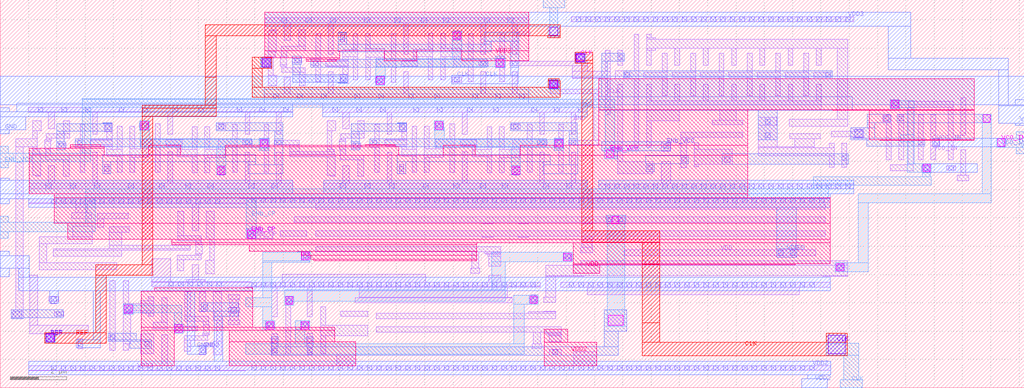
<source format=lef>
VERSION 5.7 ;
  NOWIREEXTENSIONATPIN ON ;
  DIVIDERCHAR "/" ;
  BUSBITCHARS "[]" ;
MACRO avsdpll
  CLASS BLOCK ;
  FOREIGN avsdpll ;
  ORIGIN 0.000 0.000 ;
  SIZE 36.180 BY 13.710 ;
  SITE unithddb1 ;
  PIN GND
    DIRECTION INOUT ;
    USE GROUND ;
    PORT
      LAYER li1 ;
        RECT 10.030 10.380 10.250 10.970 ;
        RECT 11.590 10.380 11.760 11.170 ;
        RECT 14.250 10.380 14.420 11.160 ;
        RECT 16.980 10.380 17.150 11.170 ;
        RECT 18.090 10.380 18.260 11.170 ;
        RECT 9.320 10.210 18.670 10.380 ;
        RECT 0.990 9.740 10.340 9.910 ;
        RECT 11.400 9.740 20.750 9.910 ;
        RECT 1.700 9.150 1.920 9.740 ;
        RECT 3.260 8.950 3.430 9.740 ;
        RECT 5.920 8.960 6.090 9.740 ;
        RECT 8.650 8.950 8.820 9.740 ;
        RECT 9.760 8.950 9.930 9.740 ;
        RECT 12.110 9.150 12.330 9.740 ;
        RECT 13.670 8.950 13.840 9.740 ;
        RECT 16.330 8.960 16.500 9.740 ;
        RECT 19.060 8.950 19.230 9.740 ;
        RECT 20.170 8.950 20.340 9.740 ;
      LAYER mcon ;
        RECT 9.670 10.210 9.840 10.380 ;
        RECT 10.510 10.210 10.680 10.380 ;
        RECT 11.350 10.210 11.520 10.380 ;
        RECT 12.530 10.210 12.700 10.380 ;
        RECT 13.370 10.210 13.540 10.380 ;
        RECT 14.430 10.210 14.600 10.380 ;
        RECT 15.350 10.210 15.520 10.380 ;
        RECT 16.700 10.210 16.870 10.380 ;
        RECT 17.500 10.210 17.670 10.380 ;
        RECT 18.340 10.210 18.510 10.380 ;
        RECT 1.340 9.740 1.510 9.910 ;
        RECT 2.180 9.740 2.350 9.910 ;
        RECT 3.020 9.740 3.190 9.910 ;
        RECT 4.200 9.740 4.370 9.910 ;
        RECT 5.040 9.740 5.210 9.910 ;
        RECT 6.100 9.740 6.270 9.910 ;
        RECT 7.020 9.740 7.190 9.910 ;
        RECT 8.370 9.740 8.540 9.910 ;
        RECT 9.170 9.740 9.340 9.910 ;
        RECT 10.010 9.740 10.180 9.910 ;
        RECT 11.750 9.740 11.920 9.910 ;
        RECT 12.590 9.740 12.760 9.910 ;
        RECT 13.430 9.740 13.600 9.910 ;
        RECT 14.610 9.740 14.780 9.910 ;
        RECT 15.450 9.740 15.620 9.910 ;
        RECT 16.510 9.740 16.680 9.910 ;
        RECT 17.430 9.740 17.600 9.910 ;
        RECT 18.780 9.740 18.950 9.910 ;
        RECT 19.580 9.740 19.750 9.910 ;
        RECT 20.420 9.740 20.590 9.910 ;
      LAYER met1 ;
        RECT 9.320 10.060 18.670 10.540 ;
        RECT 0.000 9.750 0.310 9.890 ;
        RECT 0.590 9.750 10.340 10.060 ;
        RECT 0.000 9.580 10.340 9.750 ;
        RECT 11.400 9.580 20.750 10.060 ;
        RECT 0.000 9.120 0.900 9.580 ;
        RECT 0.000 8.980 0.310 9.120 ;
    END
  END GND
  PIN VDD
    DIRECTION INOUT ;
    USE POWER ;
    PORT
      LAYER met1 ;
        RECT 0.000 10.000 36.180 11.000 ;
      LAYER nwell ;
        RECT 21.140 9.820 34.410 10.910 ;
        RECT 2.480 8.510 3.550 8.580 ;
        RECT 2.480 8.460 3.670 8.510 ;
        RECT 1.020 8.220 3.670 8.460 ;
        RECT 5.240 8.220 6.380 8.570 ;
        RECT 1.020 8.210 6.380 8.220 ;
        RECT 7.970 8.560 11.450 8.570 ;
        RECT 12.890 8.560 13.960 8.580 ;
        RECT 21.140 8.570 26.420 9.820 ;
        RECT 29.420 9.810 34.410 9.820 ;
        RECT 30.710 8.760 34.410 9.810 ;
        RECT 31.070 8.750 34.410 8.760 ;
        RECT 7.970 8.510 13.960 8.560 ;
        RECT 7.970 8.220 14.080 8.510 ;
        RECT 15.650 8.220 16.790 8.570 ;
        RECT 7.970 8.210 16.790 8.220 ;
        RECT 18.380 8.210 26.420 8.570 ;
        RECT 1.020 6.860 26.420 8.210 ;
        RECT 1.900 6.720 26.420 6.860 ;
        RECT 1.900 5.810 29.330 6.720 ;
        RECT 2.380 5.250 29.330 5.810 ;
        RECT 6.060 5.130 29.330 5.250 ;
        RECT 6.060 5.060 16.830 5.130 ;
        RECT 8.790 4.820 16.830 5.060 ;
        RECT 10.630 4.690 16.830 4.820 ;
        RECT 10.970 4.540 16.830 4.690 ;
        RECT 11.080 4.490 16.830 4.540 ;
        RECT 20.250 4.390 29.330 5.130 ;
        RECT 20.250 4.350 28.090 4.390 ;
        RECT 20.250 4.340 21.550 4.350 ;
        RECT 20.250 4.040 21.180 4.340 ;
      LAYER li1 ;
        RECT 33.940 8.930 34.110 10.240 ;
        RECT 1.700 7.230 1.930 7.840 ;
        RECT 3.260 7.230 3.430 8.330 ;
        RECT 5.920 7.230 6.090 8.340 ;
        RECT 8.650 7.230 8.820 8.330 ;
        RECT 9.760 7.230 9.930 8.330 ;
        RECT 12.110 7.230 12.340 7.840 ;
        RECT 13.670 7.230 13.840 8.330 ;
        RECT 16.330 7.230 16.500 8.340 ;
        RECT 19.060 7.230 19.230 8.330 ;
        RECT 20.170 7.230 20.340 8.330 ;
        RECT 1.020 7.040 10.340 7.230 ;
        RECT 11.430 7.040 20.750 7.230 ;
        RECT 23.360 7.210 23.700 7.990 ;
        RECT 21.140 7.040 30.160 7.210 ;
        RECT 8.470 6.680 29.330 6.700 ;
        RECT 1.010 6.530 29.330 6.680 ;
        RECT 1.010 6.510 8.680 6.530 ;
        RECT 2.660 6.180 3.080 6.510 ;
        RECT 2.520 5.970 3.230 6.180 ;
        RECT 6.780 5.540 7.010 6.510 ;
        RECT 11.150 6.310 29.150 6.530 ;
        RECT 22.050 4.660 28.820 4.870 ;
      LAYER mcon ;
        RECT 1.610 7.040 1.800 7.230 ;
        RECT 2.470 7.040 2.660 7.230 ;
        RECT 3.330 7.040 3.520 7.230 ;
        RECT 4.530 7.040 4.720 7.230 ;
        RECT 5.610 7.040 5.800 7.230 ;
        RECT 6.550 7.040 6.740 7.230 ;
        RECT 7.330 7.040 7.520 7.230 ;
        RECT 8.780 7.040 8.970 7.230 ;
        RECT 9.600 7.040 9.790 7.230 ;
        RECT 12.020 7.040 12.210 7.230 ;
        RECT 12.880 7.040 13.070 7.230 ;
        RECT 13.740 7.040 13.930 7.230 ;
        RECT 14.940 7.040 15.130 7.230 ;
        RECT 16.020 7.040 16.210 7.230 ;
        RECT 16.960 7.040 17.150 7.230 ;
        RECT 17.740 7.040 17.930 7.230 ;
        RECT 19.190 7.040 19.380 7.230 ;
        RECT 20.010 7.040 20.200 7.230 ;
        RECT 21.370 7.040 21.540 7.210 ;
        RECT 21.710 7.040 21.880 7.210 ;
        RECT 22.050 7.040 22.220 7.210 ;
        RECT 22.390 7.040 22.560 7.210 ;
        RECT 22.730 7.040 22.900 7.210 ;
        RECT 23.070 7.040 23.240 7.210 ;
        RECT 23.410 7.040 23.580 7.210 ;
        RECT 23.750 7.040 23.920 7.210 ;
        RECT 24.090 7.040 24.260 7.210 ;
        RECT 24.430 7.040 24.600 7.210 ;
        RECT 24.770 7.040 24.940 7.210 ;
        RECT 25.110 7.040 25.280 7.210 ;
        RECT 25.450 7.040 25.620 7.210 ;
        RECT 25.790 7.040 25.960 7.210 ;
        RECT 26.130 7.040 26.300 7.210 ;
        RECT 26.470 7.040 26.640 7.210 ;
        RECT 26.810 7.040 26.980 7.210 ;
        RECT 27.150 7.040 27.320 7.210 ;
        RECT 27.490 7.040 27.660 7.210 ;
        RECT 27.830 7.040 28.000 7.210 ;
        RECT 28.170 7.040 28.340 7.210 ;
        RECT 28.510 7.040 28.680 7.210 ;
        RECT 28.850 7.040 29.020 7.210 ;
        RECT 29.190 7.040 29.360 7.210 ;
        RECT 29.530 7.040 29.700 7.210 ;
        RECT 29.870 7.040 30.040 7.210 ;
        RECT 1.810 6.510 1.980 6.680 ;
        RECT 2.150 6.510 2.320 6.680 ;
        RECT 2.490 6.510 2.660 6.680 ;
        RECT 2.830 6.510 3.000 6.680 ;
        RECT 3.170 6.510 3.340 6.680 ;
        RECT 3.510 6.510 3.680 6.680 ;
        RECT 3.850 6.510 4.020 6.680 ;
        RECT 4.190 6.510 4.360 6.680 ;
        RECT 4.530 6.510 4.700 6.680 ;
        RECT 4.870 6.510 5.040 6.680 ;
        RECT 5.210 6.510 5.380 6.680 ;
        RECT 5.550 6.510 5.720 6.680 ;
        RECT 5.890 6.510 6.060 6.680 ;
        RECT 6.230 6.510 6.400 6.680 ;
        RECT 6.570 6.510 6.740 6.680 ;
        RECT 6.910 6.510 7.080 6.680 ;
        RECT 7.250 6.510 7.420 6.680 ;
        RECT 7.590 6.510 7.760 6.680 ;
        RECT 8.880 6.530 9.050 6.700 ;
        RECT 9.220 6.530 9.390 6.700 ;
        RECT 9.560 6.530 9.730 6.700 ;
        RECT 9.900 6.530 10.070 6.700 ;
        RECT 10.240 6.530 10.410 6.700 ;
        RECT 10.580 6.530 10.750 6.700 ;
        RECT 10.920 6.530 11.090 6.700 ;
        RECT 11.260 6.530 11.430 6.700 ;
        RECT 11.600 6.530 11.770 6.700 ;
        RECT 11.940 6.530 12.110 6.700 ;
        RECT 12.280 6.530 12.450 6.700 ;
        RECT 12.620 6.530 12.790 6.700 ;
        RECT 12.960 6.530 13.130 6.700 ;
        RECT 13.300 6.530 13.470 6.700 ;
        RECT 13.640 6.530 13.810 6.700 ;
        RECT 13.980 6.530 14.150 6.700 ;
        RECT 14.320 6.530 14.490 6.700 ;
        RECT 14.660 6.530 14.830 6.700 ;
        RECT 15.000 6.530 15.170 6.700 ;
        RECT 15.340 6.530 15.510 6.700 ;
        RECT 15.680 6.530 15.850 6.700 ;
        RECT 16.020 6.530 16.190 6.700 ;
        RECT 16.360 6.530 16.530 6.700 ;
        RECT 16.700 6.530 16.870 6.700 ;
        RECT 17.040 6.530 17.210 6.700 ;
        RECT 17.380 6.530 17.550 6.700 ;
        RECT 17.720 6.530 17.890 6.700 ;
        RECT 18.060 6.530 18.230 6.700 ;
        RECT 18.400 6.530 18.570 6.700 ;
        RECT 18.740 6.530 18.910 6.700 ;
        RECT 19.080 6.530 19.250 6.700 ;
        RECT 19.420 6.530 19.590 6.700 ;
        RECT 19.760 6.530 19.930 6.700 ;
        RECT 20.100 6.530 20.270 6.700 ;
        RECT 20.440 6.530 20.610 6.700 ;
        RECT 20.780 6.530 20.950 6.700 ;
        RECT 21.120 6.530 21.290 6.700 ;
        RECT 21.460 6.530 21.630 6.700 ;
        RECT 21.800 6.530 21.970 6.700 ;
        RECT 22.140 6.530 22.310 6.700 ;
        RECT 22.480 6.530 22.650 6.700 ;
        RECT 22.820 6.530 22.990 6.700 ;
        RECT 23.160 6.530 23.330 6.700 ;
        RECT 23.500 6.530 23.670 6.700 ;
        RECT 23.840 6.530 24.010 6.700 ;
        RECT 24.180 6.530 24.350 6.700 ;
        RECT 24.520 6.530 24.690 6.700 ;
        RECT 24.860 6.530 25.030 6.700 ;
        RECT 25.200 6.530 25.370 6.700 ;
        RECT 25.540 6.530 25.710 6.700 ;
        RECT 25.880 6.530 26.050 6.700 ;
        RECT 26.220 6.530 26.390 6.700 ;
        RECT 26.560 6.530 26.730 6.700 ;
        RECT 26.900 6.530 27.070 6.700 ;
        RECT 27.240 6.530 27.410 6.700 ;
        RECT 27.580 6.530 27.750 6.700 ;
        RECT 27.920 6.530 28.090 6.700 ;
        RECT 28.260 6.530 28.430 6.700 ;
        RECT 28.600 6.530 28.770 6.700 ;
        RECT 28.940 6.530 29.110 6.700 ;
        RECT 27.490 4.680 27.660 4.850 ;
        RECT 27.920 4.680 28.090 4.850 ;
      LAYER met1 ;
        RECT 0.000 7.340 0.310 7.410 ;
        RECT 0.000 6.860 10.340 7.340 ;
        RECT 11.430 7.030 20.750 7.340 ;
        RECT 21.140 7.030 30.160 7.340 ;
        RECT 11.430 6.860 30.160 7.030 ;
        RECT 0.000 6.670 29.330 6.860 ;
        RECT 0.000 6.500 0.320 6.670 ;
        RECT 1.010 6.380 29.330 6.670 ;
        RECT 27.430 4.920 28.130 6.380 ;
        RECT 27.430 4.620 28.150 4.920 ;
    END
  END VDD
  PIN ENb_CP
    DIRECTION INPUT ;
    USE SIGNAL ;
    ANTENNAGATEAREA 3.024000 ;
    PORT
      LAYER li1 ;
        RECT 31.440 9.940 31.770 10.110 ;
        RECT 32.570 7.660 32.900 7.870 ;
        RECT 33.440 7.680 33.770 7.850 ;
        RECT 8.740 5.520 9.100 5.610 ;
        RECT 8.740 5.510 9.610 5.520 ;
        RECT 8.740 5.270 9.630 5.510 ;
        RECT 8.740 5.260 9.610 5.270 ;
        RECT 8.740 5.250 9.100 5.260 ;
      LAYER mcon ;
        RECT 31.520 9.940 31.690 10.110 ;
        RECT 32.650 7.680 32.820 7.850 ;
        RECT 33.520 7.680 33.690 7.850 ;
        RECT 8.770 5.340 8.940 5.510 ;
      LAYER met1 ;
        RECT 31.450 9.860 31.770 10.180 ;
        RECT 32.580 7.910 32.900 7.920 ;
        RECT 32.580 7.610 34.530 7.910 ;
        RECT 32.580 7.600 32.900 7.610 ;
        RECT 8.690 5.250 9.040 5.610 ;
      LAYER via ;
        RECT 31.480 9.890 31.740 10.150 ;
        RECT 32.610 7.630 32.870 7.890 ;
        RECT 8.720 5.280 9.010 5.570 ;
      LAYER met2 ;
        RECT 31.450 10.140 31.770 10.180 ;
        RECT 31.450 9.890 32.300 10.140 ;
        RECT 31.450 9.860 31.770 9.890 ;
        RECT 32.050 8.940 32.300 9.890 ;
        RECT 31.820 8.700 32.300 8.940 ;
        RECT 32.050 7.910 32.300 8.700 ;
        RECT 32.580 7.910 32.900 7.920 ;
        RECT 32.050 7.610 32.900 7.910 ;
        RECT 32.580 7.600 32.900 7.610 ;
        RECT 32.590 7.450 32.870 7.600 ;
        RECT 28.720 7.150 32.890 7.450 ;
        RECT 28.720 7.030 29.250 7.150 ;
        RECT 3.020 6.710 29.250 7.030 ;
        RECT 0.000 5.840 0.280 6.060 ;
        RECT 3.020 5.840 3.350 6.710 ;
        RECT 0.000 5.520 3.350 5.840 ;
        RECT 0.000 5.290 0.280 5.520 ;
        RECT 8.690 5.250 9.040 6.710 ;
    END
  END ENb_CP
  PIN CLK
    DIRECTION OUTPUT ;
    USE SIGNAL ;
    ANTENNAGATEAREA 0.351000 ;
    ANTENNADIFFAREA 0.469800 ;
    PORT
      LAYER li1 ;
        RECT 12.010 12.220 12.180 12.560 ;
        RECT 20.300 11.770 20.680 11.850 ;
        RECT 20.300 11.540 20.690 11.770 ;
        RECT 18.010 11.370 20.760 11.540 ;
        RECT 20.210 11.180 20.760 11.370 ;
        RECT 21.380 11.180 21.550 11.930 ;
        RECT 15.970 10.800 16.300 10.980 ;
        RECT 20.210 10.950 21.550 11.180 ;
        RECT 20.210 10.940 21.210 10.950 ;
        RECT 21.380 9.650 21.550 10.950 ;
      LAYER mcon ;
        RECT 12.010 12.300 12.180 12.470 ;
        RECT 20.420 11.570 20.590 11.740 ;
        RECT 18.090 11.370 18.260 11.540 ;
        RECT 16.050 10.810 16.220 10.980 ;
      LAYER met1 ;
        RECT 11.950 12.550 12.230 12.560 ;
        RECT 11.950 12.130 12.240 12.550 ;
        RECT 17.100 12.240 18.320 12.560 ;
        RECT 17.100 12.130 17.350 12.240 ;
        RECT 11.950 11.880 17.350 12.130 ;
        RECT 18.030 11.330 18.320 12.240 ;
        RECT 20.340 11.500 20.660 11.820 ;
        RECT 18.030 11.040 18.310 11.330 ;
        RECT 15.960 10.750 18.310 11.040 ;
      LAYER via ;
        RECT 20.370 11.530 20.630 11.790 ;
      LAYER met2 ;
        RECT 20.310 11.470 20.690 11.850 ;
        RECT 29.190 1.570 29.920 1.920 ;
        RECT 29.190 1.140 30.340 1.570 ;
        RECT 29.810 0.280 30.340 1.140 ;
        RECT 29.690 0.000 30.460 0.280 ;
      LAYER via2 ;
        RECT 20.360 11.520 20.640 11.800 ;
        RECT 29.250 1.200 29.850 1.860 ;
      LAYER met3 ;
        RECT 20.310 11.570 20.930 11.850 ;
        RECT 20.310 11.470 20.940 11.570 ;
        RECT 20.550 5.550 20.940 11.470 ;
        RECT 20.550 5.540 22.930 5.550 ;
        RECT 20.550 5.140 23.300 5.540 ;
        RECT 22.680 4.370 23.300 5.140 ;
        RECT 22.680 2.300 23.310 4.370 ;
        RECT 22.690 1.610 23.310 2.300 ;
        RECT 29.190 1.610 29.920 1.920 ;
        RECT 22.690 1.130 29.920 1.610 ;
    END
  END CLK
  PIN ENb_VCO
    DIRECTION INPUT ;
    USE SIGNAL ;
    ANTENNAGATEAREA 0.063000 ;
    PORT
      LAYER li1 ;
        RECT 23.350 8.360 23.700 8.700 ;
      LAYER mcon ;
        RECT 23.440 8.460 23.610 8.630 ;
      LAYER met1 ;
        RECT 21.260 8.380 23.670 8.690 ;
        RECT 21.360 8.100 21.800 8.380 ;
      LAYER via ;
        RECT 21.410 8.150 21.670 8.410 ;
      LAYER met2 ;
        RECT 2.890 10.200 19.740 10.210 ;
        RECT 2.890 9.920 21.720 10.200 ;
        RECT 0.000 8.280 0.280 8.540 ;
        RECT 2.890 8.280 3.200 9.920 ;
        RECT 18.040 9.910 21.720 9.920 ;
        RECT 21.380 8.460 21.720 9.910 ;
        RECT 0.000 7.990 3.200 8.280 ;
        RECT 21.360 8.090 21.720 8.460 ;
        RECT 0.000 7.770 0.280 7.990 ;
    END
  END ENb_VCO
  PIN GND2
    DIRECTION INOUT ;
    USE GROUND ;
    PORT
      LAYER li1 ;
        RECT 5.350 3.750 6.020 4.560 ;
        RECT 6.790 3.820 7.010 4.340 ;
        RECT 6.570 3.750 7.240 3.820 ;
        RECT 5.350 3.730 8.850 3.750 ;
        RECT 9.970 3.730 15.040 4.010 ;
        RECT 17.270 3.730 17.690 3.980 ;
        RECT 5.350 3.580 19.080 3.730 ;
        RECT 8.680 3.560 19.080 3.580 ;
        RECT 19.810 3.560 29.330 3.730 ;
        RECT 1.790 3.220 2.000 3.240 ;
        RECT 1.710 3.050 2.070 3.220 ;
        RECT 1.790 2.970 2.000 3.050 ;
        RECT 9.600 2.500 9.790 3.560 ;
        RECT 10.840 2.500 11.030 3.560 ;
        RECT 12.680 3.190 17.920 3.560 ;
        RECT 20.750 3.280 28.240 3.560 ;
        RECT 12.680 3.180 18.090 3.190 ;
        RECT 12.550 3.010 18.090 3.180 ;
        RECT 13.290 3.000 18.090 3.010 ;
        RECT 2.740 1.380 2.920 1.740 ;
        RECT 7.040 1.160 7.260 1.490 ;
      LAYER mcon ;
        RECT 5.950 3.580 6.120 3.750 ;
        RECT 6.290 3.580 6.460 3.750 ;
        RECT 6.630 3.580 6.800 3.750 ;
        RECT 6.970 3.580 7.140 3.750 ;
        RECT 7.310 3.580 7.480 3.750 ;
        RECT 7.650 3.580 7.820 3.750 ;
        RECT 8.880 3.560 9.050 3.730 ;
        RECT 9.220 3.560 9.390 3.730 ;
        RECT 9.560 3.560 9.730 3.730 ;
        RECT 9.900 3.560 10.070 3.730 ;
        RECT 10.240 3.560 10.410 3.730 ;
        RECT 10.580 3.560 10.750 3.730 ;
        RECT 10.920 3.560 11.090 3.730 ;
        RECT 11.260 3.560 11.430 3.730 ;
        RECT 11.600 3.560 11.770 3.730 ;
        RECT 11.940 3.560 12.110 3.730 ;
        RECT 12.280 3.560 12.450 3.730 ;
        RECT 12.620 3.560 12.790 3.730 ;
        RECT 12.960 3.560 13.130 3.730 ;
        RECT 13.300 3.560 13.470 3.730 ;
        RECT 13.640 3.560 13.810 3.730 ;
        RECT 13.980 3.560 14.150 3.730 ;
        RECT 14.320 3.560 14.490 3.730 ;
        RECT 14.660 3.560 14.830 3.730 ;
        RECT 15.000 3.560 15.170 3.730 ;
        RECT 15.340 3.560 15.510 3.730 ;
        RECT 15.680 3.560 15.850 3.730 ;
        RECT 16.020 3.560 16.190 3.730 ;
        RECT 16.360 3.560 16.530 3.730 ;
        RECT 16.700 3.560 16.870 3.730 ;
        RECT 17.040 3.560 17.210 3.730 ;
        RECT 17.380 3.560 17.550 3.730 ;
        RECT 17.720 3.560 17.890 3.730 ;
        RECT 18.060 3.560 18.230 3.730 ;
        RECT 18.400 3.560 18.570 3.730 ;
        RECT 18.740 3.560 18.910 3.730 ;
        RECT 20.100 3.560 20.270 3.730 ;
        RECT 20.440 3.560 20.610 3.730 ;
        RECT 20.780 3.560 20.950 3.730 ;
        RECT 21.120 3.560 21.290 3.730 ;
        RECT 21.460 3.560 21.630 3.730 ;
        RECT 21.800 3.560 21.970 3.730 ;
        RECT 22.140 3.560 22.310 3.730 ;
        RECT 22.480 3.560 22.650 3.730 ;
        RECT 22.820 3.560 22.990 3.730 ;
        RECT 23.160 3.560 23.330 3.730 ;
        RECT 23.500 3.560 23.670 3.730 ;
        RECT 23.840 3.560 24.010 3.730 ;
        RECT 24.180 3.560 24.350 3.730 ;
        RECT 24.520 3.560 24.690 3.730 ;
        RECT 24.860 3.560 25.030 3.730 ;
        RECT 25.200 3.560 25.370 3.730 ;
        RECT 25.540 3.560 25.710 3.730 ;
        RECT 25.880 3.560 26.050 3.730 ;
        RECT 26.220 3.560 26.390 3.730 ;
        RECT 26.560 3.560 26.730 3.730 ;
        RECT 26.900 3.560 27.070 3.730 ;
        RECT 27.240 3.560 27.410 3.730 ;
        RECT 27.580 3.560 27.750 3.730 ;
        RECT 27.920 3.560 28.090 3.730 ;
        RECT 28.260 3.560 28.430 3.730 ;
        RECT 28.600 3.560 28.770 3.730 ;
        RECT 1.810 3.050 1.980 3.220 ;
        RECT 2.750 1.470 2.920 1.640 ;
        RECT 7.080 1.240 7.250 1.410 ;
      LAYER met1 ;
        RECT 0.000 4.660 0.310 4.830 ;
        RECT 0.000 4.230 1.020 4.660 ;
        RECT 0.000 3.920 0.310 4.230 ;
        RECT 0.650 3.900 1.020 4.230 ;
        RECT 0.650 3.420 29.330 3.900 ;
        RECT 1.750 2.990 2.050 3.420 ;
        RECT 3.290 1.700 3.530 3.420 ;
        RECT 2.690 1.410 3.530 1.700 ;
        RECT 6.610 1.470 6.880 3.420 ;
        RECT 6.610 1.180 7.280 1.470 ;
    END
  END GND2
  PIN VDD2
    DIRECTION INOUT ;
    USE POWER ;
    PORT
      LAYER nwell ;
        RECT 7.780 3.530 8.930 3.540 ;
        RECT 5.440 3.410 8.930 3.530 ;
        RECT 4.980 2.140 8.930 3.410 ;
        RECT 4.980 2.030 11.820 2.140 ;
        RECT 4.980 0.770 6.150 2.030 ;
        RECT 8.090 1.630 11.820 2.030 ;
        RECT 8.090 0.780 12.570 1.630 ;
        RECT 19.220 1.610 20.060 2.060 ;
        RECT 19.220 0.770 21.080 1.610 ;
      LAYER li1 ;
        RECT 7.030 3.000 7.260 3.390 ;
        RECT 8.050 3.120 8.460 3.290 ;
        RECT 7.030 2.710 7.340 3.000 ;
        RECT 8.110 2.830 8.410 3.120 ;
        RECT 7.030 2.690 7.260 2.710 ;
        RECT 8.050 2.660 8.460 2.830 ;
        RECT 8.110 2.390 8.410 2.660 ;
        RECT 8.050 2.220 8.460 2.390 ;
        RECT 5.700 0.770 5.910 1.880 ;
        RECT 11.890 0.780 12.570 1.190 ;
        RECT 20.270 0.780 21.080 1.280 ;
        RECT 8.470 0.770 29.340 0.780 ;
        RECT 1.010 0.610 29.340 0.770 ;
        RECT 1.010 0.600 8.680 0.610 ;
      LAYER mcon ;
        RECT 7.170 2.770 7.340 2.940 ;
        RECT 8.150 2.640 8.360 2.850 ;
        RECT 1.810 0.600 1.980 0.770 ;
        RECT 2.150 0.600 2.320 0.770 ;
        RECT 2.490 0.600 2.660 0.770 ;
        RECT 2.830 0.600 3.000 0.770 ;
        RECT 3.170 0.600 3.340 0.770 ;
        RECT 3.510 0.600 3.680 0.770 ;
        RECT 3.850 0.600 4.020 0.770 ;
        RECT 4.190 0.600 4.360 0.770 ;
        RECT 4.530 0.600 4.700 0.770 ;
        RECT 4.870 0.600 5.040 0.770 ;
        RECT 5.210 0.600 5.380 0.770 ;
        RECT 5.550 0.600 5.720 0.770 ;
        RECT 5.890 0.600 6.060 0.770 ;
        RECT 6.230 0.600 6.400 0.770 ;
        RECT 6.570 0.600 6.740 0.770 ;
        RECT 6.910 0.600 7.080 0.770 ;
        RECT 7.250 0.600 7.420 0.770 ;
        RECT 7.590 0.600 7.760 0.770 ;
        RECT 8.880 0.610 9.050 0.780 ;
        RECT 9.220 0.610 9.390 0.780 ;
        RECT 9.560 0.610 9.730 0.780 ;
        RECT 9.900 0.610 10.070 0.780 ;
        RECT 10.240 0.610 10.410 0.780 ;
        RECT 10.580 0.610 10.750 0.780 ;
        RECT 10.920 0.610 11.090 0.780 ;
        RECT 11.260 0.610 11.430 0.780 ;
        RECT 11.600 0.610 11.770 0.780 ;
        RECT 11.940 0.610 12.110 0.780 ;
        RECT 12.280 0.610 12.450 0.780 ;
        RECT 12.620 0.610 12.790 0.780 ;
        RECT 12.960 0.610 13.130 0.780 ;
        RECT 13.300 0.610 13.470 0.780 ;
        RECT 13.640 0.610 13.810 0.780 ;
        RECT 13.980 0.610 14.150 0.780 ;
        RECT 14.320 0.610 14.490 0.780 ;
        RECT 14.660 0.610 14.830 0.780 ;
        RECT 15.000 0.610 15.170 0.780 ;
        RECT 15.340 0.610 15.510 0.780 ;
        RECT 15.680 0.610 15.850 0.780 ;
        RECT 16.020 0.610 16.190 0.780 ;
        RECT 16.360 0.610 16.530 0.780 ;
        RECT 16.700 0.610 16.870 0.780 ;
        RECT 17.040 0.610 17.210 0.780 ;
        RECT 17.380 0.610 17.550 0.780 ;
        RECT 17.720 0.610 17.890 0.780 ;
        RECT 18.060 0.610 18.230 0.780 ;
        RECT 18.400 0.610 18.570 0.780 ;
        RECT 18.740 0.610 18.910 0.780 ;
        RECT 19.080 0.610 19.250 0.780 ;
        RECT 19.420 0.610 19.590 0.780 ;
        RECT 19.760 0.610 19.930 0.780 ;
        RECT 20.100 0.610 20.270 0.780 ;
        RECT 20.440 0.610 20.610 0.780 ;
        RECT 20.780 0.610 20.950 0.780 ;
        RECT 21.120 0.610 21.290 0.780 ;
        RECT 21.460 0.610 21.630 0.780 ;
        RECT 21.800 0.610 21.970 0.780 ;
        RECT 22.140 0.610 22.310 0.780 ;
        RECT 22.480 0.610 22.650 0.780 ;
        RECT 22.820 0.610 22.990 0.780 ;
        RECT 23.160 0.610 23.330 0.780 ;
        RECT 23.500 0.610 23.670 0.780 ;
        RECT 23.840 0.610 24.010 0.780 ;
        RECT 24.180 0.610 24.350 0.780 ;
        RECT 24.520 0.610 24.690 0.780 ;
        RECT 24.860 0.610 25.030 0.780 ;
        RECT 25.200 0.610 25.370 0.780 ;
        RECT 25.540 0.610 25.710 0.780 ;
        RECT 25.880 0.610 26.050 0.780 ;
        RECT 26.220 0.610 26.390 0.780 ;
        RECT 26.560 0.610 26.730 0.780 ;
        RECT 26.900 0.610 27.070 0.780 ;
        RECT 27.240 0.610 27.410 0.780 ;
        RECT 27.580 0.610 27.750 0.780 ;
        RECT 27.920 0.610 28.090 0.780 ;
        RECT 28.260 0.610 28.430 0.780 ;
        RECT 28.600 0.610 28.770 0.780 ;
      LAYER met1 ;
        RECT 7.110 2.710 8.420 3.000 ;
        RECT 7.570 2.530 8.420 2.710 ;
        RECT 7.570 0.940 7.870 2.530 ;
        RECT 1.010 0.460 29.340 0.940 ;
        RECT 28.530 0.310 29.040 0.460 ;
        RECT 28.320 0.000 29.230 0.310 ;
    END
  END VDD2
  PIN VCO_IN
    DIRECTION INPUT ;
    USE SIGNAL ;
    ANTENNADIFFAREA 0.313200 ;
    PORT
      LAYER li1 ;
        RECT 32.880 8.800 33.050 9.650 ;
        RECT 32.880 8.530 33.200 8.800 ;
        RECT 32.880 8.050 33.050 8.530 ;
      LAYER mcon ;
        RECT 33.010 8.570 33.180 8.740 ;
      LAYER met1 ;
        RECT 35.210 8.810 35.530 8.820 ;
        RECT 32.950 8.510 35.530 8.810 ;
        RECT 35.210 8.500 35.530 8.510 ;
      LAYER via ;
        RECT 35.240 8.530 35.500 8.790 ;
      LAYER met2 ;
        RECT 35.900 8.820 36.180 9.040 ;
        RECT 35.210 8.500 36.180 8.820 ;
        RECT 35.900 8.270 36.180 8.500 ;
    END
  END VCO_IN
  PIN VDD3
    DIRECTION INOUT ;
    USE POWER ;
    PORT
      LAYER nwell ;
        RECT 9.350 11.910 18.670 13.260 ;
        RECT 9.350 11.900 14.710 11.910 ;
        RECT 9.350 11.660 12.000 11.900 ;
        RECT 10.810 11.610 12.000 11.660 ;
        RECT 10.810 11.540 11.880 11.610 ;
        RECT 13.570 11.550 14.710 11.900 ;
        RECT 16.300 11.550 18.670 11.910 ;
      LAYER li1 ;
        RECT 9.350 12.890 18.670 13.080 ;
        RECT 20.180 12.940 30.160 13.110 ;
        RECT 10.030 12.280 10.260 12.890 ;
        RECT 11.590 11.790 11.760 12.890 ;
        RECT 14.250 11.780 14.420 12.890 ;
        RECT 16.980 11.790 17.150 12.890 ;
        RECT 18.090 11.790 18.260 12.890 ;
      LAYER mcon ;
        RECT 9.940 12.890 10.130 13.080 ;
        RECT 10.800 12.890 10.990 13.080 ;
        RECT 11.660 12.890 11.850 13.080 ;
        RECT 12.860 12.890 13.050 13.080 ;
        RECT 13.940 12.890 14.130 13.080 ;
        RECT 14.880 12.890 15.070 13.080 ;
        RECT 15.660 12.890 15.850 13.080 ;
        RECT 17.110 12.890 17.300 13.080 ;
        RECT 17.930 12.890 18.120 13.080 ;
        RECT 20.350 12.940 20.520 13.110 ;
        RECT 20.690 12.940 20.860 13.110 ;
        RECT 21.030 12.940 21.200 13.110 ;
        RECT 21.370 12.940 21.540 13.110 ;
        RECT 21.710 12.940 21.880 13.110 ;
        RECT 22.050 12.940 22.220 13.110 ;
        RECT 22.390 12.940 22.560 13.110 ;
        RECT 22.730 12.940 22.900 13.110 ;
        RECT 23.070 12.940 23.240 13.110 ;
        RECT 23.410 12.940 23.580 13.110 ;
        RECT 23.750 12.940 23.920 13.110 ;
        RECT 24.090 12.940 24.260 13.110 ;
        RECT 24.430 12.940 24.600 13.110 ;
        RECT 24.770 12.940 24.940 13.110 ;
        RECT 25.110 12.940 25.280 13.110 ;
        RECT 25.450 12.940 25.620 13.110 ;
        RECT 25.790 12.940 25.960 13.110 ;
        RECT 26.130 12.940 26.300 13.110 ;
        RECT 26.470 12.940 26.640 13.110 ;
        RECT 26.810 12.940 26.980 13.110 ;
        RECT 27.150 12.940 27.320 13.110 ;
        RECT 27.490 12.940 27.660 13.110 ;
        RECT 27.830 12.940 28.000 13.110 ;
        RECT 28.170 12.940 28.340 13.110 ;
        RECT 28.510 12.940 28.680 13.110 ;
        RECT 28.850 12.940 29.020 13.110 ;
        RECT 29.190 12.940 29.360 13.110 ;
        RECT 29.530 12.940 29.700 13.110 ;
        RECT 29.870 12.940 30.040 13.110 ;
      LAYER met1 ;
        RECT 18.420 13.260 21.630 13.270 ;
        RECT 9.350 12.780 32.170 13.260 ;
        RECT 31.380 11.650 32.170 12.780 ;
        RECT 31.380 11.640 35.600 11.650 ;
        RECT 31.380 11.240 35.620 11.640 ;
        RECT 31.380 11.230 35.130 11.240 ;
        RECT 35.280 9.960 35.620 11.240 ;
        RECT 35.870 9.960 36.180 10.180 ;
        RECT 35.280 9.340 36.180 9.960 ;
        RECT 35.870 9.270 36.180 9.340 ;
    END
  END VDD3
  PIN REF
    DIRECTION INPUT ;
    USE SIGNAL ;
    ANTENNAGATEAREA 0.879000 ;
    ANTENNADIFFAREA 0.214500 ;
    PORT
      LAYER li1 ;
        RECT 3.430 5.980 4.530 6.170 ;
        RECT 3.430 5.670 3.660 5.980 ;
        RECT 1.050 2.200 1.320 3.970 ;
        RECT 1.050 1.910 3.110 2.200 ;
        RECT 1.570 1.570 1.950 1.910 ;
      LAYER mcon ;
        RECT 1.680 1.670 1.850 1.840 ;
      LAYER met1 ;
        RECT 1.600 1.600 1.920 1.920 ;
      LAYER via ;
        RECT 1.630 1.630 1.890 1.890 ;
      LAYER met2 ;
        RECT 19.180 13.430 19.950 13.710 ;
        RECT 19.420 12.780 19.700 13.430 ;
        RECT 19.370 12.410 19.750 12.780 ;
        RECT 1.570 1.570 1.950 1.950 ;
      LAYER via2 ;
        RECT 19.420 12.450 19.700 12.730 ;
        RECT 1.620 1.620 1.900 1.900 ;
      LAYER met3 ;
        RECT 7.250 12.440 19.790 12.820 ;
        RECT 7.250 10.970 7.630 12.440 ;
        RECT 19.340 12.360 19.790 12.440 ;
        RECT 7.250 9.980 7.640 10.970 ;
        RECT 5.010 9.870 7.640 9.980 ;
        RECT 5.010 9.600 7.630 9.870 ;
        RECT 5.010 4.350 5.390 9.600 ;
        RECT 3.370 3.970 5.390 4.350 ;
        RECT 3.370 1.950 3.750 3.970 ;
        RECT 1.570 1.570 3.750 1.950 ;
    END
  END REF
  OBS
      LAYER li1 ;
        RECT 9.580 12.610 9.760 12.650 ;
        RECT 9.470 11.870 9.760 12.610 ;
        RECT 10.550 12.070 10.770 12.650 ;
        RECT 9.930 11.900 10.770 12.070 ;
        RECT 9.470 11.700 9.720 11.870 ;
        RECT 9.930 11.700 10.120 11.900 ;
        RECT 9.280 11.310 9.650 11.700 ;
        RECT 9.900 11.410 10.120 11.700 ;
        RECT 10.320 11.480 10.660 11.650 ;
        RECT 11.150 11.620 11.320 12.510 ;
        RECT 12.470 11.940 12.640 12.510 ;
        RECT 9.900 11.360 10.130 11.410 ;
        RECT 9.950 11.310 10.130 11.360 ;
        RECT 10.980 11.320 11.320 11.620 ;
        RECT 12.100 11.690 12.640 11.940 ;
        RECT 11.550 11.580 11.880 11.590 ;
        RECT 12.100 11.580 12.290 11.690 ;
        RECT 11.550 11.540 12.290 11.580 ;
        RECT 11.510 11.370 12.290 11.540 ;
        RECT 11.550 11.340 12.290 11.370 ;
        RECT 9.470 11.040 9.640 11.310 ;
        RECT 9.950 11.140 10.780 11.310 ;
        RECT 9.470 10.680 9.770 11.040 ;
        RECT 10.560 10.680 10.780 11.140 ;
        RECT 11.150 10.810 11.320 11.320 ;
        RECT 12.100 11.070 12.290 11.340 ;
        RECT 12.010 10.760 12.290 11.070 ;
        RECT 12.470 10.880 12.640 11.690 ;
        RECT 12.910 11.970 13.080 12.510 ;
        RECT 12.910 11.680 13.580 11.970 ;
        RECT 12.910 10.880 13.080 11.680 ;
        RECT 13.300 11.620 13.580 11.680 ;
        RECT 13.810 11.620 13.980 12.500 ;
        RECT 15.120 11.960 15.290 12.520 ;
        RECT 13.300 11.330 13.980 11.620 ;
        RECT 14.590 11.690 15.290 11.960 ;
        RECT 14.590 11.600 14.760 11.690 ;
        RECT 14.550 11.580 14.760 11.600 ;
        RECT 14.210 11.530 14.760 11.580 ;
        RECT 14.170 11.360 14.760 11.530 ;
        RECT 14.210 11.330 14.760 11.360 ;
        RECT 13.250 10.770 13.580 10.940 ;
        RECT 13.810 10.800 13.980 11.330 ;
        RECT 15.120 10.890 15.290 11.690 ;
        RECT 15.560 11.990 15.730 12.520 ;
        RECT 16.060 12.280 16.230 12.610 ;
        RECT 15.560 11.690 16.280 11.990 ;
        RECT 15.560 10.890 15.730 11.690 ;
        RECT 16.030 11.630 16.280 11.690 ;
        RECT 16.540 11.630 16.710 12.510 ;
        RECT 16.030 11.330 16.710 11.630 ;
        RECT 17.650 11.620 17.820 12.510 ;
        RECT 16.900 11.370 17.240 11.540 ;
        RECT 16.540 10.810 16.710 11.330 ;
        RECT 17.520 11.320 17.820 11.620 ;
        RECT 21.820 11.390 21.990 11.930 ;
        RECT 17.650 10.810 17.820 11.320 ;
        RECT 22.400 11.210 22.570 12.490 ;
        RECT 22.840 12.360 23.010 12.490 ;
        RECT 22.840 12.310 23.160 12.360 ;
        RECT 22.840 11.990 29.950 12.310 ;
        RECT 22.840 11.930 23.160 11.990 ;
        RECT 22.840 11.400 23.010 11.930 ;
        RECT 21.730 10.920 22.570 11.210 ;
        RECT 23.400 11.150 23.570 11.820 ;
        RECT 23.840 11.400 24.010 11.990 ;
        RECT 24.400 11.150 24.570 11.820 ;
        RECT 24.840 11.400 25.010 11.990 ;
        RECT 25.400 11.150 25.570 11.820 ;
        RECT 25.840 11.400 26.010 11.990 ;
        RECT 26.400 11.150 26.570 11.820 ;
        RECT 26.840 11.400 27.010 11.990 ;
        RECT 27.400 11.150 27.570 11.820 ;
        RECT 27.840 11.400 28.010 11.990 ;
        RECT 28.400 11.150 28.570 11.820 ;
        RECT 28.840 11.400 29.010 11.990 ;
        RECT 22.740 10.980 23.570 11.150 ;
        RECT 23.740 10.980 24.570 11.150 ;
        RECT 24.740 10.980 25.570 11.150 ;
        RECT 25.740 10.980 26.570 11.150 ;
        RECT 26.740 10.980 27.570 11.150 ;
        RECT 27.740 10.980 28.570 11.150 ;
        RECT 28.740 10.980 29.340 11.150 ;
        RECT 19.440 10.550 19.790 10.840 ;
        RECT 19.440 10.380 21.140 10.550 ;
        RECT 1.140 9.080 1.440 9.440 ;
        RECT 1.140 8.800 1.310 9.080 ;
        RECT 2.230 8.980 2.450 9.440 ;
        RECT 0.540 8.520 1.310 8.800 ;
        RECT 1.620 8.810 2.450 8.980 ;
        RECT 1.620 8.760 1.800 8.810 ;
        RECT 2.820 8.800 2.990 9.310 ;
        RECT 3.680 9.050 3.960 9.360 ;
        RECT 0.540 2.750 0.820 8.520 ;
        RECT 1.140 8.420 1.310 8.520 ;
        RECT 1.570 8.710 1.800 8.760 ;
        RECT 1.570 8.420 1.790 8.710 ;
        RECT 1.990 8.470 2.330 8.640 ;
        RECT 2.650 8.500 2.990 8.800 ;
        RECT 3.770 8.780 3.960 9.050 ;
        RECT 3.220 8.750 3.960 8.780 ;
        RECT 3.180 8.580 3.960 8.750 ;
        RECT 3.220 8.540 3.960 8.580 ;
        RECT 3.220 8.530 3.550 8.540 ;
        RECT 1.140 8.250 1.390 8.420 ;
        RECT 1.140 7.510 1.430 8.250 ;
        RECT 1.600 8.220 1.790 8.420 ;
        RECT 1.600 8.050 2.440 8.220 ;
        RECT 1.250 7.470 1.430 7.510 ;
        RECT 2.220 7.470 2.440 8.050 ;
        RECT 2.820 7.610 2.990 8.500 ;
        RECT 3.770 8.430 3.960 8.540 ;
        RECT 4.140 8.430 4.310 9.240 ;
        RECT 3.770 8.180 4.310 8.430 ;
        RECT 3.680 7.560 3.850 7.900 ;
        RECT 4.140 7.610 4.310 8.180 ;
        RECT 4.580 8.440 4.750 9.240 ;
        RECT 4.920 9.180 5.250 9.350 ;
        RECT 5.480 8.790 5.650 9.320 ;
        RECT 4.970 8.500 5.650 8.790 ;
        RECT 5.880 8.760 6.430 8.790 ;
        RECT 5.840 8.590 6.430 8.760 ;
        RECT 5.880 8.540 6.430 8.590 ;
        RECT 6.220 8.520 6.430 8.540 ;
        RECT 4.970 8.440 5.250 8.500 ;
        RECT 4.580 8.150 5.250 8.440 ;
        RECT 4.580 7.610 4.750 8.150 ;
        RECT 5.480 7.620 5.650 8.500 ;
        RECT 6.260 8.430 6.430 8.520 ;
        RECT 6.790 8.430 6.960 9.230 ;
        RECT 6.260 8.160 6.960 8.430 ;
        RECT 6.790 7.600 6.960 8.160 ;
        RECT 7.230 8.430 7.400 9.230 ;
        RECT 7.640 9.140 7.970 9.320 ;
        RECT 8.210 8.790 8.380 9.310 ;
        RECT 9.320 8.800 9.490 9.310 ;
        RECT 7.700 8.490 8.380 8.790 ;
        RECT 8.570 8.580 8.910 8.750 ;
        RECT 9.190 8.500 9.490 8.800 ;
        RECT 11.550 9.080 11.850 9.440 ;
        RECT 9.680 8.580 10.560 8.750 ;
        RECT 7.700 8.430 7.950 8.490 ;
        RECT 7.230 8.130 7.950 8.430 ;
        RECT 7.230 7.600 7.400 8.130 ;
        RECT 7.730 7.510 7.900 7.840 ;
        RECT 8.210 7.610 8.380 8.490 ;
        RECT 9.320 7.610 9.490 8.500 ;
        RECT 10.230 8.340 10.560 8.580 ;
        RECT 11.550 8.420 11.720 9.080 ;
        RECT 12.640 8.980 12.860 9.440 ;
        RECT 12.030 8.810 12.860 8.980 ;
        RECT 12.030 8.760 12.210 8.810 ;
        RECT 13.230 8.800 13.400 9.310 ;
        RECT 14.090 9.050 14.370 9.360 ;
        RECT 11.980 8.710 12.210 8.760 ;
        RECT 11.980 8.420 12.200 8.710 ;
        RECT 12.400 8.470 12.740 8.640 ;
        RECT 13.060 8.500 13.400 8.800 ;
        RECT 14.180 8.780 14.370 9.050 ;
        RECT 13.630 8.750 14.370 8.780 ;
        RECT 13.590 8.580 14.370 8.750 ;
        RECT 13.630 8.540 14.370 8.580 ;
        RECT 13.630 8.530 13.960 8.540 ;
        RECT 11.550 8.340 11.800 8.420 ;
        RECT 10.230 8.250 11.800 8.340 ;
        RECT 10.230 8.170 11.840 8.250 ;
        RECT 11.550 7.510 11.840 8.170 ;
        RECT 12.010 8.220 12.200 8.420 ;
        RECT 12.010 8.050 12.850 8.220 ;
        RECT 11.660 7.470 11.840 7.510 ;
        RECT 12.630 7.470 12.850 8.050 ;
        RECT 13.230 7.610 13.400 8.500 ;
        RECT 14.180 8.430 14.370 8.540 ;
        RECT 14.550 8.430 14.720 9.240 ;
        RECT 14.180 8.180 14.720 8.430 ;
        RECT 14.090 7.560 14.260 7.900 ;
        RECT 14.550 7.610 14.720 8.180 ;
        RECT 14.990 8.440 15.160 9.240 ;
        RECT 15.330 9.180 15.660 9.350 ;
        RECT 15.890 8.790 16.060 9.320 ;
        RECT 15.380 8.500 16.060 8.790 ;
        RECT 16.290 8.760 16.840 8.790 ;
        RECT 16.250 8.590 16.840 8.760 ;
        RECT 16.290 8.540 16.840 8.590 ;
        RECT 16.630 8.520 16.840 8.540 ;
        RECT 15.380 8.440 15.660 8.500 ;
        RECT 14.990 8.150 15.660 8.440 ;
        RECT 14.990 7.610 15.160 8.150 ;
        RECT 15.890 7.620 16.060 8.500 ;
        RECT 16.670 8.430 16.840 8.520 ;
        RECT 17.200 8.430 17.370 9.230 ;
        RECT 16.670 8.160 17.370 8.430 ;
        RECT 17.200 7.600 17.370 8.160 ;
        RECT 17.640 8.430 17.810 9.230 ;
        RECT 18.050 9.140 18.380 9.320 ;
        RECT 18.620 8.790 18.790 9.310 ;
        RECT 19.730 8.800 19.900 9.310 ;
        RECT 18.110 8.490 18.790 8.790 ;
        RECT 18.980 8.580 19.320 8.750 ;
        RECT 19.600 8.500 19.900 8.800 ;
        RECT 20.970 8.750 21.140 10.380 ;
        RECT 20.090 8.580 21.140 8.750 ;
        RECT 18.110 8.430 18.360 8.490 ;
        RECT 17.640 8.130 18.360 8.430 ;
        RECT 17.640 7.600 17.810 8.130 ;
        RECT 18.140 7.510 18.310 7.840 ;
        RECT 18.620 7.610 18.790 8.490 ;
        RECT 19.730 7.610 19.900 8.500 ;
        RECT 21.820 7.990 21.990 10.730 ;
        RECT 22.400 8.500 22.570 10.920 ;
        RECT 22.840 10.140 23.010 10.730 ;
        RECT 23.400 10.310 23.570 10.980 ;
        RECT 23.840 10.140 24.010 10.730 ;
        RECT 24.400 10.310 24.570 10.980 ;
        RECT 24.840 10.140 25.010 10.730 ;
        RECT 25.400 10.310 25.570 10.980 ;
        RECT 25.840 10.140 26.010 10.730 ;
        RECT 26.400 10.310 26.570 10.980 ;
        RECT 26.840 10.140 27.010 10.730 ;
        RECT 27.400 10.310 27.570 10.980 ;
        RECT 27.840 10.140 28.010 10.730 ;
        RECT 28.400 10.310 28.570 10.980 ;
        RECT 28.840 10.140 29.010 10.730 ;
        RECT 22.840 9.820 29.010 10.140 ;
        RECT 22.840 9.430 23.990 9.820 ;
        RECT 25.420 9.460 26.010 9.820 ;
        RECT 22.840 8.500 23.010 9.430 ;
        RECT 25.150 9.290 26.230 9.460 ;
        RECT 26.790 9.270 27.440 9.560 ;
        RECT 29.580 9.490 29.950 11.990 ;
        RECT 32.090 9.920 33.670 10.130 ;
        RECT 31.310 9.630 31.480 9.650 ;
        RECT 24.050 8.850 26.230 9.020 ;
        RECT 21.820 7.570 23.060 7.990 ;
        RECT 24.050 7.770 24.250 8.850 ;
        RECT 26.780 8.770 27.450 9.270 ;
        RECT 27.880 9.240 29.950 9.490 ;
        RECT 31.190 9.400 31.480 9.630 ;
        RECT 30.150 9.070 30.510 9.130 ;
        RECT 27.890 8.800 28.970 8.970 ;
        RECT 29.360 8.870 30.510 9.070 ;
        RECT 30.150 8.840 30.510 8.870 ;
        RECT 24.520 8.420 24.690 8.650 ;
        RECT 26.790 8.520 27.450 8.770 ;
        RECT 28.070 8.520 28.770 8.800 ;
        RECT 26.790 8.480 28.770 8.520 ;
        RECT 29.300 8.480 29.470 8.640 ;
        RECT 24.520 7.900 25.860 8.420 ;
        RECT 26.790 8.200 29.470 8.480 ;
        RECT 24.520 7.810 24.690 7.900 ;
        RECT 29.300 7.800 29.470 8.200 ;
        RECT 29.740 7.800 29.910 8.640 ;
        RECT 31.310 8.050 31.480 9.400 ;
        RECT 31.750 8.050 31.920 9.650 ;
        RECT 32.090 7.880 32.260 9.920 ;
        RECT 32.440 8.050 32.610 9.650 ;
        RECT 33.500 8.050 33.670 9.920 ;
        RECT 31.440 7.670 32.260 7.880 ;
        RECT 33.940 7.510 34.110 8.410 ;
        RECT 33.820 7.310 34.230 7.510 ;
        RECT 2.560 5.340 3.250 5.700 ;
        RECT 1.380 5.090 3.250 5.340 ;
        RECT 3.850 5.500 4.560 5.690 ;
        RECT 1.380 4.410 1.650 5.090 ;
        RECT 3.850 5.030 4.290 5.500 ;
        RECT 6.270 5.370 6.490 6.240 ;
        RECT 6.270 5.200 7.110 5.370 ;
        RECT 7.280 5.240 7.570 6.240 ;
        RECT 10.390 5.850 29.150 6.040 ;
        RECT 17.040 5.800 17.420 5.850 ;
        RECT 18.300 5.800 18.680 5.850 ;
        RECT 20.540 5.800 20.920 5.850 ;
        RECT 9.890 5.360 10.830 5.550 ;
        RECT 11.150 5.360 29.150 5.550 ;
        RECT 17.040 5.310 17.420 5.360 ;
        RECT 18.300 5.310 18.680 5.360 ;
        RECT 6.910 5.070 7.110 5.200 ;
        RECT 3.850 4.910 6.720 5.030 ;
        RECT 1.880 4.860 6.720 4.910 ;
        RECT 1.880 4.650 4.300 4.860 ;
        RECT 6.910 4.730 7.140 5.070 ;
        RECT 6.910 4.690 7.100 4.730 ;
        RECT 6.260 4.520 7.100 4.690 ;
        RECT 1.380 4.170 4.110 4.410 ;
        RECT 6.260 4.140 6.480 4.520 ;
        RECT 7.400 4.500 7.570 5.240 ;
        RECT 7.270 4.020 7.570 4.500 ;
        RECT 10.710 4.490 10.880 4.820 ;
        RECT 11.150 4.810 17.690 4.980 ;
        RECT 20.540 4.960 20.920 5.360 ;
        RECT 16.660 4.220 16.910 4.810 ;
        RECT 17.100 4.760 17.690 4.810 ;
        RECT 20.520 4.770 20.940 4.960 ;
        RECT 17.150 4.710 17.690 4.760 ;
        RECT 17.220 4.650 17.690 4.710 ;
        RECT 17.270 4.290 17.690 4.650 ;
        RECT 19.890 4.540 20.220 4.710 ;
        RECT 20.520 4.330 29.950 4.480 ;
        RECT 16.620 4.050 16.950 4.220 ;
        RECT 19.280 3.950 29.950 4.330 ;
        RECT 19.280 3.940 20.630 3.950 ;
        RECT 29.070 3.940 29.950 3.950 ;
        RECT 0.390 2.440 0.820 2.750 ;
        RECT 1.910 2.520 2.240 2.690 ;
        RECT 3.870 1.320 4.060 3.780 ;
        RECT 4.350 2.970 4.540 3.780 ;
        RECT 5.230 3.080 5.420 3.210 ;
        RECT 4.960 2.970 5.420 3.080 ;
        RECT 4.350 2.720 5.420 2.970 ;
        RECT 4.350 2.660 4.650 2.720 ;
        RECT 4.350 1.550 4.610 2.660 ;
        RECT 4.960 2.640 5.420 2.720 ;
        RECT 5.230 2.530 5.420 2.640 ;
        RECT 5.710 2.310 5.900 3.180 ;
        RECT 6.520 2.520 6.740 3.390 ;
        RECT 6.520 2.350 7.360 2.520 ;
        RECT 7.530 2.390 7.820 3.390 ;
        RECT 5.400 2.080 5.900 2.310 ;
        RECT 7.170 2.220 7.360 2.350 ;
        RECT 6.150 2.010 6.970 2.180 ;
        RECT 7.170 1.930 7.390 2.220 ;
        RECT 4.350 1.320 4.540 1.550 ;
        RECT 4.970 1.210 5.430 1.900 ;
        RECT 7.160 1.880 7.390 1.930 ;
        RECT 7.160 1.840 7.340 1.880 ;
        RECT 6.510 1.670 7.340 1.840 ;
        RECT 6.510 1.290 6.730 1.670 ;
        RECT 7.650 1.650 7.820 2.390 ;
        RECT 10.080 2.960 10.340 3.220 ;
        RECT 9.370 2.120 9.700 2.290 ;
        RECT 7.520 1.170 7.820 1.650 ;
        RECT 9.600 1.150 9.790 1.910 ;
        RECT 10.080 1.190 10.270 2.960 ;
        RECT 18.770 2.950 18.940 3.280 ;
        RECT 19.280 3.190 19.630 3.940 ;
        RECT 19.210 3.020 19.630 3.190 ;
        RECT 10.610 2.120 10.940 2.290 ;
        RECT 11.320 2.200 11.510 2.860 ;
        RECT 12.040 2.520 12.990 2.710 ;
        RECT 19.210 2.680 19.630 2.710 ;
        RECT 18.660 2.630 19.630 2.680 ;
        RECT 13.290 2.440 19.630 2.630 ;
        RECT 10.840 1.160 11.030 1.920 ;
        RECT 11.320 1.840 12.980 2.200 ;
        RECT 13.290 1.960 19.820 2.150 ;
        RECT 11.320 1.200 11.510 1.840 ;
        RECT 18.840 1.560 19.090 1.960 ;
        RECT 19.270 1.920 19.820 1.960 ;
        RECT 19.340 1.880 19.820 1.920 ;
        RECT 19.390 1.830 19.820 1.880 ;
        RECT 19.400 1.630 19.820 1.830 ;
        RECT 18.800 1.390 19.130 1.560 ;
        RECT 19.400 1.150 19.820 1.360 ;
      LAYER mcon ;
        RECT 9.320 11.400 9.490 11.570 ;
        RECT 10.400 11.480 10.570 11.650 ;
        RECT 11.060 11.380 11.230 11.550 ;
        RECT 12.040 10.830 12.210 11.000 ;
        RECT 13.330 10.770 13.500 10.940 ;
        RECT 16.060 12.350 16.230 12.530 ;
        RECT 16.980 11.370 17.150 11.540 ;
        RECT 17.590 11.380 17.760 11.550 ;
        RECT 21.820 11.590 21.990 11.760 ;
        RECT 22.070 10.980 22.240 11.150 ;
        RECT 29.170 10.980 29.340 11.150 ;
        RECT 19.480 10.640 19.650 10.810 ;
        RECT 3.710 9.120 3.880 9.290 ;
        RECT 2.070 8.470 2.240 8.640 ;
        RECT 2.730 8.570 2.900 8.740 ;
        RECT 3.680 7.650 3.850 7.820 ;
        RECT 5.000 9.180 5.170 9.350 ;
        RECT 7.720 9.140 7.890 9.310 ;
        RECT 8.650 8.580 8.820 8.750 ;
        RECT 9.260 8.570 9.430 8.740 ;
        RECT 9.760 8.580 9.930 8.750 ;
        RECT 7.730 7.590 7.900 7.770 ;
        RECT 14.120 9.120 14.290 9.290 ;
        RECT 12.480 8.470 12.650 8.640 ;
        RECT 13.140 8.570 13.310 8.740 ;
        RECT 14.090 7.650 14.260 7.820 ;
        RECT 15.410 9.180 15.580 9.350 ;
        RECT 18.130 9.140 18.300 9.310 ;
        RECT 19.060 8.580 19.230 8.750 ;
        RECT 19.670 8.570 19.840 8.740 ;
        RECT 20.170 8.580 20.340 8.750 ;
        RECT 18.140 7.590 18.310 7.770 ;
        RECT 27.040 9.310 27.210 9.480 ;
        RECT 31.220 9.430 31.390 9.600 ;
        RECT 27.040 8.840 27.210 9.010 ;
        RECT 30.190 8.860 30.480 9.110 ;
        RECT 22.880 7.700 23.050 7.870 ;
        RECT 24.080 7.970 24.250 8.140 ;
        RECT 25.580 7.960 25.800 8.160 ;
        RECT 29.740 8.030 29.910 8.200 ;
        RECT 31.750 9.430 31.920 9.600 ;
        RECT 32.440 8.590 32.610 8.760 ;
        RECT 21.480 5.860 21.650 6.030 ;
        RECT 21.820 5.860 21.990 6.030 ;
        RECT 10.710 4.570 10.880 4.740 ;
        RECT 19.970 4.540 20.140 4.710 ;
        RECT 29.580 4.170 29.750 4.340 ;
        RECT 0.450 2.480 0.760 2.700 ;
        RECT 1.990 2.520 2.160 2.690 ;
        RECT 3.880 1.700 4.050 1.870 ;
        RECT 4.440 2.690 4.610 2.860 ;
        RECT 6.210 2.010 6.380 2.180 ;
        RECT 5.100 1.460 5.270 1.630 ;
        RECT 10.130 3.000 10.300 3.170 ;
        RECT 18.770 3.030 18.940 3.200 ;
        RECT 9.450 2.120 9.620 2.290 ;
        RECT 9.610 1.570 9.780 1.740 ;
        RECT 9.610 1.230 9.780 1.400 ;
        RECT 10.690 2.120 10.860 2.290 ;
        RECT 10.850 1.580 11.020 1.750 ;
        RECT 10.850 1.240 11.020 1.410 ;
        RECT 19.530 1.180 19.700 1.350 ;
      LAYER met1 ;
        RECT 15.980 12.280 16.300 12.600 ;
        RECT 9.230 11.320 9.580 11.660 ;
        RECT 10.320 11.430 10.630 11.710 ;
        RECT 10.330 11.060 10.600 11.430 ;
        RECT 10.980 11.320 17.210 11.600 ;
        RECT 17.490 11.300 17.840 11.650 ;
        RECT 21.250 11.530 22.050 11.820 ;
        RECT 10.330 10.790 12.270 11.060 ;
        RECT 11.950 10.770 12.270 10.790 ;
        RECT 11.950 10.760 12.260 10.770 ;
        RECT 13.260 10.690 13.590 11.020 ;
        RECT 19.400 10.570 19.720 10.890 ;
        RECT 21.250 10.290 21.450 11.530 ;
        RECT 22.040 11.200 29.400 11.210 ;
        RECT 22.030 10.920 29.400 11.200 ;
        RECT 21.140 9.810 30.110 10.290 ;
        RECT 3.620 9.350 3.930 9.360 ;
        RECT 3.620 9.330 3.940 9.350 ;
        RECT 2.000 9.060 3.940 9.330 ;
        RECT 4.930 9.100 5.260 9.430 ;
        RECT 7.630 9.080 9.980 9.370 ;
        RECT 14.030 9.350 14.340 9.360 ;
        RECT 14.030 9.330 14.350 9.350 ;
        RECT 2.000 8.690 2.270 9.060 ;
        RECT 1.990 8.410 2.300 8.690 ;
        RECT 2.650 8.520 8.880 8.800 ;
        RECT 9.160 8.470 9.510 8.820 ;
        RECT 9.700 8.790 9.980 9.080 ;
        RECT 12.410 9.060 14.350 9.330 ;
        RECT 15.340 9.100 15.670 9.430 ;
        RECT 18.040 9.080 20.390 9.370 ;
        RECT 3.620 7.990 9.020 8.240 ;
        RECT 3.620 7.570 3.910 7.990 ;
        RECT 8.770 7.880 9.020 7.990 ;
        RECT 9.700 7.880 9.990 8.790 ;
        RECT 12.410 8.690 12.680 9.060 ;
        RECT 12.400 8.410 12.710 8.690 ;
        RECT 13.060 8.520 19.290 8.800 ;
        RECT 19.570 8.470 19.920 8.820 ;
        RECT 20.110 8.790 20.390 9.080 ;
        RECT 3.620 7.560 3.900 7.570 ;
        RECT 7.650 7.520 7.970 7.840 ;
        RECT 8.770 7.560 9.990 7.880 ;
        RECT 14.030 7.990 19.430 8.240 ;
        RECT 14.030 7.570 14.320 7.990 ;
        RECT 19.180 7.880 19.430 7.990 ;
        RECT 20.110 7.880 20.400 8.790 ;
        RECT 26.780 8.770 27.450 9.810 ;
        RECT 30.630 9.370 31.450 9.660 ;
        RECT 31.690 9.370 35.020 9.660 ;
        RECT 30.630 9.190 30.900 9.370 ;
        RECT 30.050 8.820 30.900 9.190 ;
        RECT 30.050 8.770 32.670 8.820 ;
        RECT 26.790 8.760 27.440 8.770 ;
        RECT 30.610 8.530 32.670 8.770 ;
        RECT 22.810 7.920 24.310 8.190 ;
        RECT 14.030 7.560 14.310 7.570 ;
        RECT 18.060 7.520 18.380 7.840 ;
        RECT 19.180 7.560 20.400 7.880 ;
        RECT 22.820 7.640 23.110 7.920 ;
        RECT 25.520 7.900 29.970 8.260 ;
        RECT 21.420 5.800 22.100 6.090 ;
        RECT 10.630 4.490 10.950 4.810 ;
        RECT 19.890 4.480 20.210 4.780 ;
        RECT 29.510 4.100 29.830 4.420 ;
        RECT 0.390 2.470 2.220 2.750 ;
        RECT 4.350 2.600 4.700 2.950 ;
        RECT 10.050 2.920 10.370 3.240 ;
        RECT 18.690 2.950 19.010 3.270 ;
        RECT 0.390 2.440 0.820 2.470 ;
        RECT 6.140 1.930 6.460 2.250 ;
        RECT 9.380 2.040 9.700 2.360 ;
        RECT 10.610 2.040 10.930 2.360 ;
        RECT 21.350 2.000 22.140 2.750 ;
        RECT 3.820 1.690 4.800 1.930 ;
        RECT 3.820 1.640 5.330 1.690 ;
        RECT 4.570 1.400 5.330 1.640 ;
        RECT 9.570 1.450 9.820 1.800 ;
        RECT 10.810 1.450 11.060 1.810 ;
        RECT 21.350 1.450 21.830 2.000 ;
        RECT 9.570 1.150 21.830 1.450 ;
      LAYER via ;
        RECT 16.010 12.310 16.270 12.570 ;
        RECT 9.260 11.350 9.540 11.630 ;
        RECT 17.530 11.350 17.790 11.610 ;
        RECT 13.290 10.720 13.560 10.990 ;
        RECT 19.430 10.600 19.690 10.860 ;
        RECT 4.960 9.130 5.230 9.400 ;
        RECT 9.200 8.510 9.460 8.770 ;
        RECT 15.370 9.130 15.640 9.400 ;
        RECT 19.610 8.510 19.870 8.770 ;
        RECT 7.680 7.550 7.940 7.810 ;
        RECT 34.730 9.390 34.990 9.650 ;
        RECT 18.090 7.550 18.350 7.810 ;
        RECT 21.600 5.800 21.860 6.060 ;
        RECT 10.660 4.520 10.920 4.780 ;
        RECT 19.920 4.490 20.180 4.750 ;
        RECT 29.540 4.130 29.800 4.390 ;
        RECT 10.080 2.950 10.340 3.210 ;
        RECT 18.720 2.980 18.980 3.240 ;
        RECT 4.380 2.630 4.670 2.920 ;
        RECT 6.170 1.960 6.430 2.220 ;
        RECT 9.410 2.070 9.670 2.330 ;
        RECT 10.640 2.070 10.900 2.330 ;
        RECT 21.480 2.200 22.020 2.560 ;
      LAYER met2 ;
        RECT 9.210 11.290 9.600 11.680 ;
        RECT 15.980 11.630 16.300 12.570 ;
        RECT 17.490 11.650 17.820 11.720 ;
        RECT 17.490 11.630 17.840 11.650 ;
        RECT 13.270 11.340 17.840 11.630 ;
        RECT 13.270 10.990 13.600 11.340 ;
        RECT 17.490 11.300 17.840 11.340 ;
        RECT 13.260 10.930 13.600 10.990 ;
        RECT 13.260 10.690 13.590 10.930 ;
        RECT 19.370 10.540 19.750 10.920 ;
        RECT 4.930 9.190 5.260 9.430 ;
        RECT 15.340 9.190 15.670 9.430 ;
        RECT 4.930 9.130 5.270 9.190 ;
        RECT 15.340 9.130 15.680 9.190 ;
        RECT 4.940 8.780 5.270 9.130 ;
        RECT 9.160 8.780 9.510 8.820 ;
        RECT 4.940 8.490 9.510 8.780 ;
        RECT 15.350 8.780 15.680 9.130 ;
        RECT 19.570 8.780 19.920 8.820 ;
        RECT 15.350 8.490 19.920 8.780 ;
        RECT 7.650 7.550 7.970 8.490 ;
        RECT 9.160 8.470 9.510 8.490 ;
        RECT 9.160 8.400 9.490 8.470 ;
        RECT 18.060 7.550 18.380 8.490 ;
        RECT 19.570 8.470 19.920 8.490 ;
        RECT 19.570 8.400 19.900 8.470 ;
        RECT 34.700 6.860 35.020 9.660 ;
        RECT 30.320 6.540 35.020 6.860 ;
        RECT 10.510 4.790 10.950 4.810 ;
        RECT 9.270 4.490 10.950 4.790 ;
        RECT 9.270 4.430 10.940 4.490 ;
        RECT 17.370 4.460 20.210 4.780 ;
        RECT 9.270 3.180 9.590 4.430 ;
        RECT 17.370 3.460 17.840 4.460 ;
        RECT 4.350 2.920 4.700 2.950 ;
        RECT 4.350 2.650 6.410 2.920 ;
        RECT 8.680 2.870 9.590 3.180 ;
        RECT 10.050 3.060 17.840 3.460 ;
        RECT 10.050 2.920 10.370 3.060 ;
        RECT 18.140 2.950 19.010 3.270 ;
        RECT 4.350 2.600 4.700 2.650 ;
        RECT 6.150 2.250 6.410 2.650 ;
        RECT 9.270 2.360 9.590 2.870 ;
        RECT 6.140 1.930 6.460 2.250 ;
        RECT 9.270 2.040 9.700 2.360 ;
        RECT 10.430 2.070 10.930 2.360 ;
        RECT 10.430 1.560 10.760 2.070 ;
        RECT 18.140 1.560 18.510 2.950 ;
        RECT 21.450 2.170 22.060 6.090 ;
        RECT 30.320 4.420 30.670 6.540 ;
        RECT 29.510 4.100 30.670 4.420 ;
        RECT 10.430 1.550 18.510 1.560 ;
        RECT 8.680 1.190 18.510 1.550 ;
      LAYER via2 ;
        RECT 9.260 11.340 9.540 11.620 ;
        RECT 19.420 10.590 19.700 10.870 ;
      LAYER met3 ;
        RECT 8.910 11.290 9.600 11.680 ;
        RECT 8.910 10.610 9.260 11.290 ;
        RECT 19.370 10.850 19.750 10.920 ;
        RECT 19.370 10.610 19.790 10.850 ;
        RECT 8.910 10.260 19.790 10.610 ;
  END
END avsdpll
END LIBRARY


</source>
